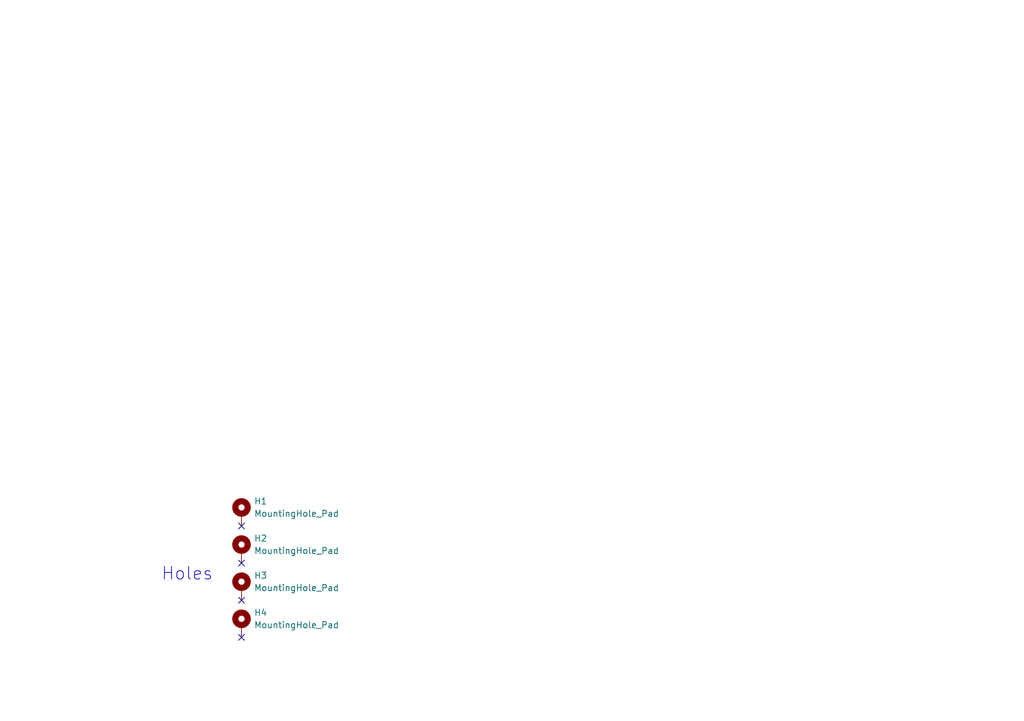
<source format=kicad_sch>
(kicad_sch (version 20211123) (generator eeschema)
  (paper "A5")
  (title_block (date "2023-03-14") (rev "0"))
  (lib_symbols
    (symbol "Mechanical:MountingHole_Pad" (pin_numbers hide) (pin_names (offset 1.016) hide)
      (property "Reference" "H" (at 0 6.35 0))
      (property "Value" "MountingHole_Pad" (at 0 4.445 0))
      (symbol "MountingHole_Pad_0_1"
        (circle (center 0 1.27) (radius 1.27) (stroke (width 1.27)))
      )
      (symbol "MountingHole_Pad_1_1"
        (pin input line (at 0 -2.54 90) (length 2.54) (name "1") (number "1"))
      )
    )
  )
  (no_connect (at 49.53 115.57))
  (no_connect (at 49.53 107.95))
  (no_connect (at 49.53 123.19))
  (no_connect (at 49.53 130.81))
  (text "Holes" (at 33.02 119.38 0) (effects (font (size 2.54 2.54)) (justify left bottom)))
  (symbol (lib_id "Mechanical:MountingHole_Pad") (at 49.53 120.65 0) (unit 1)
    (property "Reference" "H3" (at 52.07 118.1099 0) (effects (justify left)))
    (property "Value" "MountingHole_Pad" (at 52.07 120.6499 0) (effects (justify left)))
    (property "Footprint" "MountingHole:MountingHole_2.2mm_M2_Pad_TopBottom" (effects hide))
  )
  (symbol (lib_id "Mechanical:MountingHole_Pad") (at 49.53 113.03 0) (unit 1)
    (property "Reference" "H2" (at 52.07 110.4899 0) (effects (justify left)))
    (property "Value" "MountingHole_Pad" (at 52.07 113.0299 0) (effects (justify left)))
    (property "Footprint" "MountingHole:MountingHole_2.2mm_M2_Pad_TopBottom" (effects hide))
  )
  (symbol (lib_id "Mechanical:MountingHole_Pad") (at 49.53 128.27 0) (unit 1)
    (property "Reference" "H4" (at 52.07 125.7299 0) (effects (justify left)))
    (property "Value" "MountingHole_Pad" (at 52.07 128.2699 0) (effects (justify left)))
    (property "Footprint" "MountingHole:MountingHole_2.2mm_M2_Pad_TopBottom" (effects hide))
  )
  (symbol (lib_id "Mechanical:MountingHole_Pad") (at 49.53 105.41 0) (unit 1)
    (property "Reference" "H1" (at 52.07 102.8699 0) (effects (justify left)))
    (property "Value" "MountingHole_Pad" (at 52.07 105.4099 0) (effects (justify left)))
    (property "Footprint" "MountingHole:MountingHole_2.2mm_M2_Pad_TopBottom" (effects hide))
  )
)
</source>
